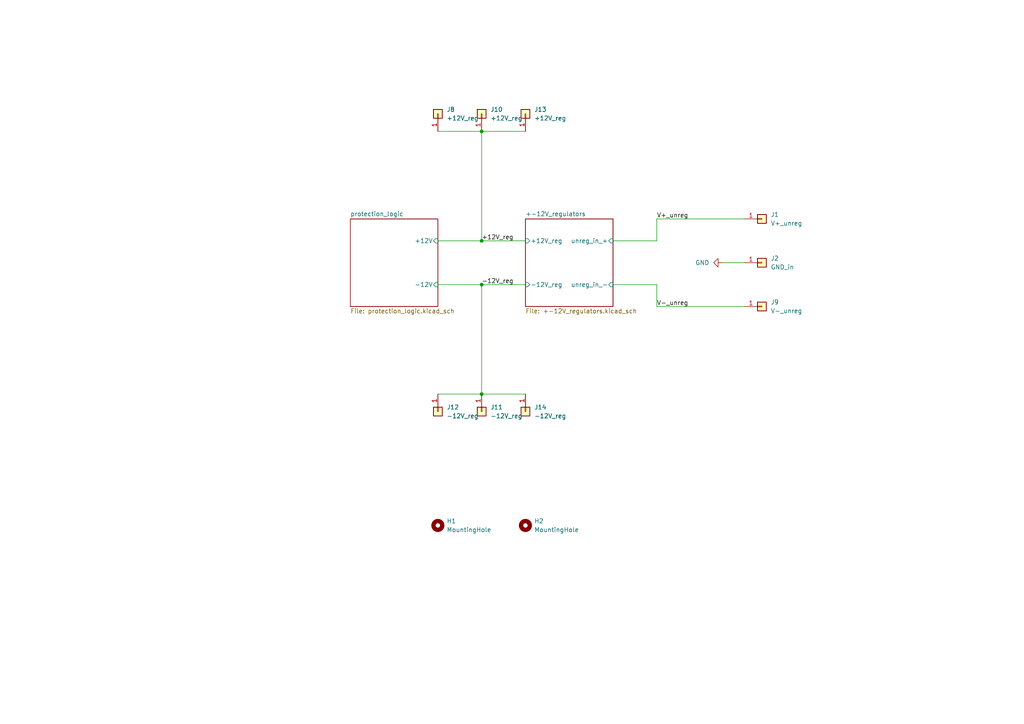
<source format=kicad_sch>
(kicad_sch (version 20230121) (generator eeschema)
  (paper "A4")
  (lib_symbols
    (symbol "Connector_Generic:Conn_01x01" (pin_names (offset 1.016) hide)
      (property "Reference" "J" (at 0 2.54 0))
      (property "Value" "Conn_01x01" (at 0 -2.54 0))
      (symbol "Conn_01x01_1_1"
        (rectangle (start -1.27 0.127) (end 0 -0.127) (stroke (width 0.1524)))
        (rectangle (start -1.27 1.27) (end 1.27 -1.27) (stroke (width 0.254)) (fill (type background)))
        (pin passive line (at -5.08 0 0) (length 3.81) (name "Pin_1") (number "1"))
      )
    )
    (symbol "Mechanical:MountingHole" (pin_names (offset 1.016))
      (property "Reference" "H" (at 0 5.08 0))
      (property "Value" "MountingHole" (at 0 3.175 0))
      (symbol "MountingHole_0_1"
        (circle (center 0 0) (radius 1.27) (stroke (width 1.27)))
      )
    )
    (symbol "power:GND" (power) (pin_names (offset 0))
      (property "Value" "GND" (at 0 -3.81 0))
      (symbol "GND_0_1"
        (polyline (pts (xy 0 0) (xy 0 -1.27) (xy 1.27 -1.27) (xy 0 -2.54) (xy -1.27 -1.27) (xy 0 -1.27)))
      )
      (symbol "GND_1_1"
        (pin power_in line (at 0 0 270) (length 0) hide (name "GND") (number "1"))
      )
    )
  )
  (junction (at 139.7 114.3))
  (junction (at 139.7 82.55))
  (junction (at 139.7 38.1))
  (junction (at 139.7 69.85))
  (wire (pts (xy 139.7 38.1) (xy 152.4 38.1)))
  (wire (pts (xy 139.7 82.55) (xy 152.4 82.55)))
  (wire (pts (xy 127 38.1) (xy 139.7 38.1)))
  (wire (pts (xy 190.5 69.85) (xy 190.5 63.5)))
  (wire (pts (xy 190.5 88.9) (xy 215.9 88.9)))
  (wire (pts (xy 177.8 69.85) (xy 190.5 69.85)))
  (wire (pts (xy 139.7 69.85) (xy 152.4 69.85)))
  (wire (pts (xy 190.5 82.55) (xy 190.5 88.9)))
  (wire (pts (xy 139.7 38.1) (xy 139.7 69.85)))
  (wire (pts (xy 209.55 76.2) (xy 215.9 76.2)))
  (wire (pts (xy 127 82.55) (xy 139.7 82.55)))
  (wire (pts (xy 139.7 82.55) (xy 139.7 114.3)))
  (wire (pts (xy 190.5 63.5) (xy 215.9 63.5)))
  (wire (pts (xy 127 69.85) (xy 139.7 69.85)))
  (wire (pts (xy 127 114.3) (xy 139.7 114.3)))
  (wire (pts (xy 177.8 82.55) (xy 190.5 82.55)))
  (wire (pts (xy 139.7 114.3) (xy 152.4 114.3)))
  (label "V-_unreg" (at 190.5 88.9 0))
  (label "+12V_reg" (at 139.7 69.85 0))
  (label "-12V_reg" (at 139.7 82.55 0))
  (label "V+_unreg" (at 190.5 63.5 0))
  (symbol (lib_id "Connector_Generic:Conn_01x01") (at 139.7 33.02 90) (unit 1)
    (property "Reference" "J10" (at 142.24 31.7499 90) (effects (justify right)))
    (property "Value" "+12V_reg" (at 142.24 34.2899 90) (effects (justify right)))
    (property "Footprint" "Connector_Wire:SolderWire-0.5sqmm_1x01_D0.9mm_OD2.1mm" (effects hide))
  )
  (symbol (lib_id "Mechanical:MountingHole") (at 127 152.4 0) (unit 1)
    (property "Reference" "H1" (at 129.54 151.1299 0) (effects (justify left)))
    (property "Value" "MountingHole" (at 129.54 153.6699 0) (effects (justify left)))
    (property "Footprint" "MountingHole:MountingHole_3.2mm_M3" (effects hide))
  )
  (symbol (lib_id "Connector_Generic:Conn_01x01") (at 127 33.02 90) (unit 1)
    (property "Reference" "J8" (at 129.54 31.7499 90) (effects (justify right)))
    (property "Value" "+12V_reg" (at 129.54 34.2899 90) (effects (justify right)))
    (property "Footprint" "Connector_Wire:SolderWire-0.5sqmm_1x01_D0.9mm_OD2.1mm" (effects hide))
  )
  (symbol (lib_id "power:GND") (at 209.55 76.2 270) (unit 1)
    (property "Reference" "#PWR0101" (effects hide))
    (property "Value" "GND" (at 205.74 76.1999 90) (effects (justify right)))
  )
  (symbol (lib_id "Connector_Generic:Conn_01x01") (at 220.98 76.2 0) (unit 1)
    (property "Reference" "J2" (at 223.52 74.9299 0) (effects (justify left)))
    (property "Value" "GND_in" (at 223.52 77.4699 0) (effects (justify left)))
    (property "Footprint" "Connector_Wire:SolderWire-0.5sqmm_1x01_D0.9mm_OD2.1mm" (effects hide))
  )
  (symbol (lib_id "Mechanical:MountingHole") (at 152.4 152.4 0) (unit 1)
    (property "Reference" "H2" (at 154.94 151.1299 0) (effects (justify left)))
    (property "Value" "MountingHole" (at 154.94 153.6699 0) (effects (justify left)))
    (property "Footprint" "MountingHole:MountingHole_3.2mm_M3" (effects hide))
  )
  (symbol (lib_id "Connector_Generic:Conn_01x01") (at 152.4 33.02 90) (unit 1)
    (property "Reference" "J13" (at 154.94 31.7499 90) (effects (justify right)))
    (property "Value" "+12V_reg" (at 154.94 34.2899 90) (effects (justify right)))
    (property "Footprint" "Connector_Wire:SolderWire-0.5sqmm_1x01_D0.9mm_OD2.1mm" (effects hide))
  )
  (symbol (lib_id "Connector_Generic:Conn_01x01") (at 127 119.38 270) (unit 1)
    (property "Reference" "J12" (at 129.54 118.1099 90) (effects (justify left)))
    (property "Value" "-12V_reg" (at 129.54 120.6499 90) (effects (justify left)))
    (property "Footprint" "Connector_Wire:SolderWire-0.5sqmm_1x01_D0.9mm_OD2.1mm" (effects hide))
  )
  (symbol (lib_id "Connector_Generic:Conn_01x01") (at 220.98 63.5 0) (unit 1)
    (property "Reference" "J1" (at 223.52 62.2299 0) (effects (justify left)))
    (property "Value" "V+_unreg" (at 223.52 64.7699 0) (effects (justify left)))
    (property "Footprint" "Connector_Wire:SolderWire-0.5sqmm_1x01_D0.9mm_OD2.1mm" (effects hide))
  )
  (symbol (lib_id "Connector_Generic:Conn_01x01") (at 152.4 119.38 270) (unit 1)
    (property "Reference" "J14" (at 154.94 118.1099 90) (effects (justify left)))
    (property "Value" "-12V_reg" (at 154.94 120.6499 90) (effects (justify left)))
    (property "Footprint" "Connector_Wire:SolderWire-0.5sqmm_1x01_D0.9mm_OD2.1mm" (effects hide))
  )
  (symbol (lib_id "Connector_Generic:Conn_01x01") (at 139.7 119.38 270) (unit 1)
    (property "Reference" "J11" (at 142.24 118.1099 90) (effects (justify left)))
    (property "Value" "-12V_reg" (at 142.24 120.6499 90) (effects (justify left)))
    (property "Footprint" "Connector_Wire:SolderWire-0.5sqmm_1x01_D0.9mm_OD2.1mm" (effects hide))
  )
  (symbol (lib_id "Connector_Generic:Conn_01x01") (at 220.98 88.9 0) (unit 1)
    (property "Reference" "J9" (at 223.52 87.6299 0) (effects (justify left)))
    (property "Value" "V-_unreg" (at 223.52 90.1699 0) (effects (justify left)))
    (property "Footprint" "Connector_Wire:SolderWire-0.5sqmm_1x01_D0.9mm_OD2.1mm" (effects hide))
  )
  (sheet (at 101.6 63.5) (size 25.4 25.4) (stroke (width 0.1524))
    (property "Sheetname" "protection_logic" (at 101.6 62.7884 0) (effects (justify left bottom)))
    (property "Sheetfile" "protection_logic.kicad_sch" (at 101.6 89.4846 0) (effects (justify left top)))
    (pin "+12V" input (at 127 69.85 0))
    (pin "-12V" input (at 127 82.55 0))
  )
  (sheet (at 152.4 63.5) (size 25.4 25.4) (stroke (width 0.1524))
    (property "Sheetname" "+-12V_regulators" (at 152.4 62.7884 0) (effects (justify left bottom)))
    (property "Sheetfile" "+-12V_regulators.kicad_sch" (at 152.4 89.4846 0) (effects (justify left top)))
    (pin "+12V_reg" input (at 152.4 69.85 180))
    (pin "-12V_reg" input (at 152.4 82.55 180))
    (pin "unreg_in_+" input (at 177.8 69.85 0))
    (pin "unreg_in_-" input (at 177.8 82.55 0))
  )
)
</source>
